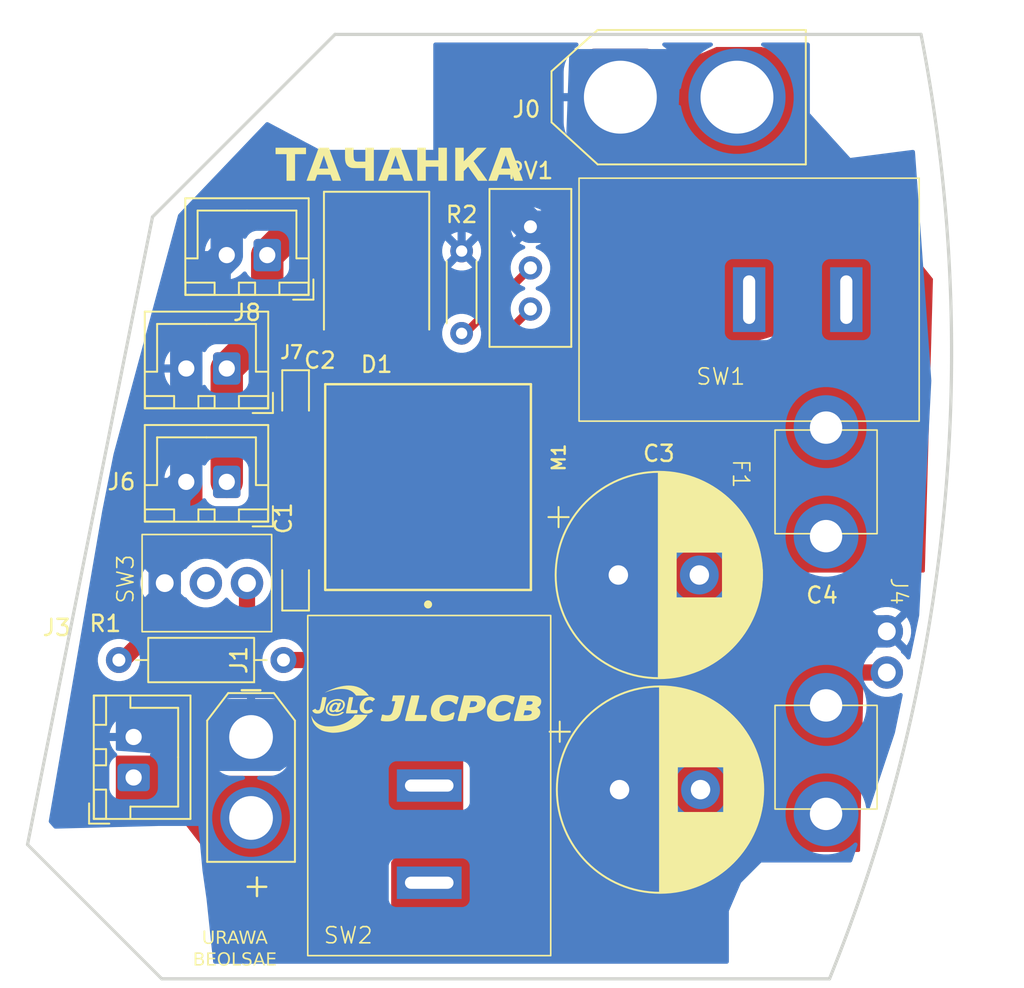
<source format=kicad_pcb>
(kicad_pcb (version 20241229) (generator "pcbnew") (generator_version "9.0")
  (layers (0 "F.Cu" signal) (2 "B.Cu" signal) (13 "F.Paste" user) (15 "B.Paste" user) (5 "F.SilkS" user "F.Silkscreen") (7 "B.SilkS" user "B.Silkscreen") (1 "F.Mask" user) (3 "B.Mask" user) (25 "Edge.Cuts" user))
  (net 0 "")
  (net 1 "Net-(F1-Pad1)")
  (net 2 "GND")
  (net 3 "Net-(D1-A)")
  (net 4 "VCC")
  (net 5 "Net-(D1-K)")
  (net 6 "Net-(M1-Trim)")
  (net 7 "Net-(M1-ON{slash}OFF)")
  (net 8 "Net-(R2-Pad1)")
  (net 9 "Net-(J4-Pin_2)")
  (net 10 "Net-(J1-Pin_2)")
  (footprint "MountingHole:MountingHole_3.2mm_M3" (layer "F.Cu") (at 123.75 139.25)
    (property "Reference" "REF**" (hide yes))
    (property "Value" "MountingHole_3.2mm_M3" (hide yes))
    (pad "" np_thru_hole circle (at 0 0) (size 3.2 3.2) (drill 3.2) (layers "*.Cu" "*.Mask"))
  )
  (footprint "Capacitor_THT:CP_Radial_D12.5mm_P5.00mm" (layer "F.Cu") (at 152.926041 120.25)
    (property "Reference" "C3" (at 2.5 -7.5 0) (layer "F.SilkS"))
    (property "Value" "C" (hide yes))
    (pad "1" thru_hole roundrect (at 0 0) (size 2.4 2.4) (drill 1.2) (layers "*.Cu" "*.Mask") (roundrect_rratio 0.104167) (net 2 "GND"))
    (pad "2" thru_hole circle (at 5 0) (size 2.4 2.4) (drill 1.2) (layers "*.Cu" "*.Mask") (net 9 "Net-(J4-Pin_2)"))
  )
  (footprint "Originary:DS-850" (layer "F.Cu") (at 141.25 133.25 90)
    (property "Reference" "SW2" (at -9.25 -5 0) (layer "F.SilkS") (effects (font (thickness 0.1))))
    (property "Value" "SW_DIP_x01")
    (pad "1" thru_hole rect (at -6 0 180) (size 4 2) (drill oval 3 0.75) (layers "*.Cu" "*.Mask") (net 9 "Net-(J4-Pin_2)"))
    (pad "2" thru_hole rect (at 0 0 180) (size 4 2) (drill oval 3 0.75) (layers "*.Cu" "*.Mask") (net 10 "Net-(J1-Pin_2)"))
  )
  (footprint "Connector_AMASS:AMASS_XT30U-M_1x02_P5.0mm_Vertical" (layer "F.Cu") (at 130.25 130.25 -90)
    (property "Reference" "J1" (at -4.75 0.75 90) (layer "F.SilkS"))
    (property "Value" "Conn_01x02_Socket")
    (fp_text user "+" (at 9.25 -0.25 90) (layer "F.SilkS") (effects (font (size 1.5 1.5))))
    (fp_text user "-" (at -3 0 180) (layer "F.SilkS") (effects (font (size 1.5 1.5))))
    (pad "1" thru_hole roundrect (at 0 0 270) (size 3.8 3.8) (drill 2.7) (layers "*.Cu" "*.Mask") (roundrect_rratio 0.2) (net 2 "GND"))
    (pad "2" thru_hole circle (at 5 0 270) (size 3.8 3.8) (drill 2.7) (layers "*.Cu" "*.Mask") (net 10 "Net-(J1-Pin_2)"))
  )
  (footprint "Capacitor_THT:CP_Radial_D12.5mm_P5.00mm" (layer "F.Cu") (at 153 133.5)
    (property "Reference" "C4" (at 12.5 -12 0) (layer "F.SilkS"))
    (property "Value" "C")
    (pad "1" thru_hole roundrect (at 0 0) (size 2.4 2.4) (drill 1.2) (layers "*.Cu" "*.Mask") (roundrect_rratio 0.104167) (net 2 "GND"))
    (pad "2" thru_hole circle (at 5 0) (size 2.4 2.4) (drill 1.2) (layers "*.Cu" "*.Mask") (net 9 "Net-(J4-Pin_2)"))
  )
  (footprint "Originary:Toggle" (layer "F.Cu") (at 130 120.75 180)
    (property "Reference" "SW3" (at 7.5 0.25 90) (layer "F.SilkS") (effects (font (thickness 0.1))))
    (property "Value" "SW_DIP_x01")
    (pad "1" thru_hole circle (at 0 0 180) (size 2 2) (drill 1.1) (layers "*.Cu" "*.Mask") (net 7 "Net-(M1-ON{slash}OFF)"))
    (pad "2" thru_hole circle (at 5.08 0 180) (size 2 2) (drill 1.1) (layers "*.Cu" "*.Mask") (net 2 "GND"))
    (pad "3" thru_hole circle (at 2.54 0 180) (size 2 2) (drill 1.1) (layers "*.Cu" "*.Mask"))
  )
  (footprint "Connector_AMASS:AMASS_XT60-M_1x02_P7.20mm_Vertical" (layer "F.Cu") (at 153.05 90.75)
    (property "Reference" "J0" (at -5.8 0.75 180) (layer "F.SilkS"))
    (property "Value" "Conn_01x02_Socket")
    (pad "1" thru_hole roundrect (at 0 0) (size 6 6) (drill 4.5) (layers "*.Cu" "*.Mask") (net 2 "GND"))
    (pad "2" thru_hole circle (at 7.2 0) (size 6 6) (drill 4.5) (layers "*.Cu" "*.Mask") (net 4 "VCC"))
  )
  (footprint "MountingHole:MountingHole_3.2mm_M3" (layer "F.Cu") (at 168.5 90.5)
    (property "Reference" "REF**" (hide yes))
    (property "Value" "MountingHole_3.2mm_M3")
    (pad "" np_thru_hole circle (at 0 0) (size 3.2 3.2) (drill 3.2) (layers "*.Cu" "*.Mask"))
  )
  (footprint "Capacitor_Tantalum_SMD:CP_EIA-1608-10_AVX-L_HandSolder" (layer "F.Cu") (at 133 109.3025 -90)
    (property "Reference" "C2" (at -2.3025 -1.5 180) (layer "F.SilkS"))
    (property "Value" "C")
    (pad "1" smd roundrect (at -0.8025 0 270) (size 1.265 1.13) (layers "F.Cu" "F.Mask" "F.Paste") (roundrect_rratio 0.221239) (net 3 "Net-(D1-A)"))
    (pad "2" smd roundrect (at 0.8025 0 270) (size 1.265 1.13) (layers "F.Cu" "F.Mask" "F.Paste") (roundrect_rratio 0.221239) (net 2 "GND"))
  )
  (footprint "Resistor_THT:R_Axial_DIN0204_L3.6mm_D1.6mm_P5.08mm_Horizontal" (layer "F.Cu") (at 143.25 105.33 90)
    (property "Reference" "R2" (at 7.33 0 180) (layer "F.SilkS"))
    (property "Value" "R")
    (pad "1" thru_hole circle (at 0 0 90) (size 1.4 1.4) (drill 0.7) (layers "*.Cu" "*.Mask") (net 8 "Net-(R2-Pad1)"))
    (pad "2" thru_hole circle (at 5.08 0 90) (size 1.4 1.4) (drill 0.7) (layers "*.Cu" "*.Mask") (net 2 "GND"))
  )
  (footprint "Resistor_THT:R_Axial_DIN0207_L6.3mm_D2.5mm_P10.16mm_Horizontal" (layer "F.Cu") (at 132.25 125.5 180)
    (property "Reference" "R1" (at 11 2.25 0) (layer "F.SilkS"))
    (property "Value" "R")
    (pad "1" thru_hole circle (at 0 0 180) (size 1.6 1.6) (drill 0.8) (layers "*.Cu" "*.Mask") (net 9 "Net-(J4-Pin_2)"))
    (pad "2" thru_hole circle (at 10.16 0 180) (size 1.6 1.6) (drill 0.8) (layers "*.Cu" "*.Mask") (net 7 "Net-(M1-ON{slash}OFF)"))
  )
  (footprint "Connector_JST:JST_XH_B2B-XH-A_1x02_P2.50mm_Vertical" (layer "F.Cu") (at 128.75 114.5 180)
    (property "Reference" "J6" (at 6.5 0 0) (layer "F.SilkS"))
    (property "Value" "Conn_01x02_Socket")
    (pad "1" thru_hole oval (at 2.5 0 180) (size 1.7 2) (drill 1) (layers "*.Cu" "*.Mask") (net 2 "GND"))
    (pad "2" thru_hole roundrect (at 0 0 180) (size 1.7 2) (drill 1) (layers "*.Cu" "*.Mask") (roundrect_rratio 0.147059) (net 5 "Net-(D1-K)"))
  )
  (footprint "My_FootPrint:JCLPCB_ROGO" (layer "F.Cu") (at 141 128.5)
    (property "Reference" "G***" (hide yes))
    (property "Value" "LOGO" (hide yes))
  )
  (footprint "Originary:DS-850" (layer "F.Cu") (at 161 103.25 180)
    (property "Reference" "SW1" (at 1.75 -4.75 0) (layer "F.SilkS") (effects (font (thickness 0.1))))
    (property "Value" "SW_DIP_x01")
    (pad "1" thru_hole rect (at -6 0 270) (size 4 2) (drill oval 3 0.75) (layers "*.Cu" "*.Mask") (net 1 "Net-(F1-Pad1)"))
    (pad "2" thru_hole rect (at 0 0 270) (size 4 2) (drill oval 3 0.75) (layers "*.Cu" "*.Mask") (net 4 "VCC"))
  )
  (footprint "Diode_SMD:D_SMC" (layer "F.Cu") (at 138 101.5 -90)
    (property "Reference" "D1" (at 5.75 0 0) (layer "F.SilkS"))
    (property "Value" "1N4148WT")
    (pad "1" smd roundrect (at -3.4 0) (size 3.3 2.5) (layers "F.Cu" "F.Mask" "F.Paste") (roundrect_rratio 0.1) (net 5 "Net-(D1-K)"))
    (pad "2" smd roundrect (at 3.4 0) (size 3.3 2.5) (layers "F.Cu" "F.Mask" "F.Paste") (roundrect_rratio 0.1) (net 3 "Net-(D1-A)"))
  )
  (footprint "Originary:MURATA_OKL-KAIZOU" (layer "F.Cu") (at 141.178 114.822 90)
    (property "Reference" "M1" (at 1.822 8.072 90) (layer "F.SilkS") (effects (font (size 0.8 0.8))))
    (property "Value" "~")
    (pad "1" smd rect (at -6.477 0 90) (size 3 1.2) (layers "F.Cu" "F.Mask" "F.Paste") (net 7 "Net-(M1-ON{slash}OFF)"))
    (pad "1" smd rect (at -4.572 0 90) (size 1.143 1.143) (layers "F.Cu" "F.Mask" "F.Paste") (net 7 "Net-(M1-ON{slash}OFF)"))
    (pad "2" smd rect (at -6.731 -4.572 90) (size 2.5 1.2) (layers "F.Cu" "F.Mask" "F.Paste") (net 9 "Net-(J4-Pin_2)"))
    (pad "2" smd rect (at -3.429 -4.572 90) (size 4.191 1.905) (layers "F.Cu" "F.Mask" "F.Paste") (net 9 "Net-(J4-Pin_2)"))
    (pad "2" smd rect (at -2.159 -6.223 180) (size 2.5 1.2) (layers "F.Cu" "F.Mask" "F.Paste") (net 9 "Net-(J4-Pin_2)"))
    (pad "3" smd rect (at -0.127 -6.223 180) (size 2.5 1.2) (layers "F.Cu" "F.Mask" "F.Paste") (net 2 "GND"))
    (pad "3" smd rect (at 1.143 -4.572 90) (size 4.191 1.905) (layers "F.Cu" "F.Mask" "F.Paste") (net 2 "GND"))
    (pad "3" smd rect (at 2.413 -6.223 180) (size 2.5 1.2) (layers "F.Cu" "F.Mask" "F.Paste") (net 2 "GND"))
    (pad "4" smd rect (at 4.572 -3.86715 90) (size 1.905 3.3147) (layers "F.Cu" "F.Mask" "F.Paste") (net 3 "Net-(D1-A)"))
    (pad "4" smd rect (at 6.604 -4.699 270) (size 2.5 1.2) (layers "F.Cu" "F.Mask" "F.Paste") (net 3 "Net-(D1-A)"))
    (pad "5" smd rect (at 4.572 0 90) (size 1.143 1.143) (layers "F.Cu" "F.Mask" "F.Paste") (net 3 "Net-(D1-A)"))
    (pad "5" smd rect (at 6.35 0 270) (size 3 1.2) (layers "F.Cu" "F.Mask" "F.Paste") (net 3 "Net-(D1-A)"))
    (pad "6" smd rect (at 4.572 4.572 90) (size 1.143 1.143) (layers "F.Cu" "F.Mask" "F.Paste") (net 6 "Net-(M1-Trim)"))
    (pad "6" smd rect (at 6.35 4.572 270) (size 3 1.2) (layers "F.Cu" "F.Mask" "F.Paste") (net 6 "Net-(M1-Trim)"))
  )
  (footprint "Connector_JST:JST_XH_B2B-XH-A_1x02_P2.50mm_Vertical" (layer "F.Cu") (at 123 132.75 90)
    (property "Reference" "J3" (at 9.25 -4.75 0) (layer "F.SilkS"))
    (property "Value" "Conn_01x02_Socket")
    (pad "1" thru_hole oval (at 2.5 0 90) (size 1.7 2) (drill 1) (layers "*.Cu" "*.Mask") (net 2 "GND"))
    (pad "2" thru_hole roundrect (at 0 0 90) (size 1.7 2) (drill 1) (layers "*.Cu" "*.Mask") (roundrect_rratio 0.147059) (net 10 "Net-(J1-Pin_2)"))
  )
  (footprint "MountingHole:MountingHole_3.2mm_M3" (layer "F.Cu") (at 163.5 141.5)
    (property "Reference" "REF**" (hide yes))
    (property "Value" "MountingHole_3.2mm_M3" (hide yes))
    (pad "" np_thru_hole circle (at 0 0) (size 3.2 3.2) (drill 3.2) (layers "*.Cu" "*.Mask"))
  )
  (footprint "Originary:2Connect" (layer "F.Cu") (at 169.5 123.73 -90)
    (property "Reference" "J4" (at -2.48 -0.75 270) (layer "F.SilkS") (effects (font (thickness 0.1))))
    (property "Value" "Conn_01x02_Socket" (hide yes))
    (pad "1" thru_hole circle (at 0 0 270) (size 2 2) (drill 1.1) (layers "*.Cu" "*.Mask") (net 2 "GND"))
    (pad "2" thru_hole circle (at 2.54 0 270) (size 2 2) (drill 1.1) (layers "*.Cu" "*.Mask") (net 9 "Net-(J4-Pin_2)"))
  )
  (footprint "Originary:Fuseholder" (layer "F.Cu") (at 165.75 114.5 -90)
    (property "Reference" "F1" (at -0.5 5.25 270) (layer "F.SilkS") (effects (font (thickness 0.1))))
    (property "Value" "Fuse")
    (pad "1" thru_hole circle (at -3.35 0) (size 4 4) (drill 2) (layers "*.Cu" "*.Mask") (net 1 "Net-(F1-Pad1)"))
    (pad "1" thru_hole circle (at 3.35 0) (size 4 4) (drill 2) (layers "*.Cu" "*.Mask") (net 1 "Net-(F1-Pad1)"))
    (pad "2" thru_hole circle (at 13.8 0) (size 4 4) (drill 2) (layers "*.Cu" "*.Mask") (net 9 "Net-(J4-Pin_2)"))
    (pad "2" thru_hole circle (at 20.5 0) (size 4 4) (drill 2) (layers "*.Cu" "*.Mask") (net 9 "Net-(J4-Pin_2)"))
  )
  (footprint "Connector_JST:JST_XH_B2B-XH-A_1x02_P2.50mm_Vertical" (layer "F.Cu") (at 131.25 100.5 180)
    (property "Reference" "J8" (at 1.25 -3.55 0) (layer "F.SilkS"))
    (property "Value" "Conn_01x02_Socket")
    (pad "1" thru_hole oval (at 2.5 0 180) (size 1.7 2) (drill 1) (layers "*.Cu" "*.Mask") (net 2 "GND"))
    (pad "2" thru_hole roundrect (at 0 0 180) (size 1.7 2) (drill 1) (layers "*.Cu" "*.Mask") (roundrect_rratio 0.147059) (net 5 "Net-(D1-K)"))
  )
  (footprint "MountingHole:MountingHole_3.2mm_M3" (layer "F.Cu") (at 137 90.5)
    (property "Reference" "REF**" (hide yes))
    (property "Value" "MountingHole_3.2mm_M3")
    (pad "" np_thru_hole circle (at 0 0) (size 3.2 3.2) (drill 3.2) (layers "*.Cu" "*.Mask"))
  )
  (footprint "Connector_JST:JST_XH_B2B-XH-A_1x02_P2.50mm_Vertical" (layer "F.Cu") (at 128.75 107.5 180)
    (property "Reference" "J7" (at -4 1 0) (layer "F.SilkS") (effects (font (size 0.8 0.8) (thickness 0.15) (bold yes))))
    (property "Value" "Conn_01x02_Socket")
    (pad "1" thru_hole oval (at 2.5 0 180) (size 1.7 2) (drill 1) (layers "*.Cu" "*.Mask") (net 2 "GND"))
    (pad "2" thru_hole roundrect (at 0 0 180) (size 1.7 2) (drill 1) (layers "*.Cu" "*.Mask") (roundrect_rratio 0.147059) (net 5 "Net-(D1-K)"))
  )
  (footprint "Capacitor_Tantalum_SMD:CP_EIA-1608-10_AVX-L_HandSolder" (layer "F.Cu") (at 133 120.75 90)
    (property "Reference" "C1" (at 4 -0.75 90) (layer "F.SilkS"))
    (property "Value" "C")
    (pad "1" smd roundrect (at -0.8025 0 90) (size 1.265 1.13) (layers "F.Cu" "F.Mask" "F.Paste") (roundrect_rratio 0.221239) (net 9 "Net-(J4-Pin_2)"))
    (pad "2" smd roundrect (at 0.8025 0 90) (size 1.265 1.13) (layers "F.Cu" "F.Mask" "F.Paste") (roundrect_rratio 0.221239) (net 2 "GND"))
  )
  (footprint "Potentiometer_THT:Potentiometer_Bourns_3296W_Vertical" (layer "F.Cu") (at 147.5 103.83 -90)
    (property "Reference" "RV1" (at -8.54 0 0) (layer "F.SilkS"))
    (property "Value" "R_Potentiometer_US")
    (pad "1" thru_hole circle (at 0 0 270) (size 1.44 1.44) (drill 0.8) (layers "*.Cu" "*.Mask") (net 6 "Net-(M1-Trim)"))
    (pad "2" thru_hole circle (at -2.54 0 270) (size 1.44 1.44) (drill 0.8) (layers "*.Cu" "*.Mask") (net 8 "Net-(R2-Pad1)"))
    (pad "3" thru_hole circle (at -5.08 0 270) (size 1.44 1.44) (drill 0.8) (layers "*.Cu" "*.Mask") (net 2 "GND"))
  )
  (gr_poly (pts (xy 161.75 137) (xy 156.25 143.25) (xy 140.25 143.25) (xy 139 142) (xy 139 138) (xy 139.75 137)) (stroke (width 0.2)) (fill yes) (layer "F.Cu") (net 9))
  (gr_poly (pts (xy 156.5 105.5) (xy 155.75 103.5) (xy 156.65 90.75) (xy 157.25 88.5) (xy 159 87.75) (xy 161.75 87.75) (xy 163.75 88.25) (xy 164.5 90.75) (xy 163 105.25) (xy 158.75 106.5)) (stroke (width 0.2)) (fill yes) (layer "F.Cu") (net 4))
  (gr_poly (pts (xy 155.323959 133.5) (xy 155.323959 118) (xy 160.5 118) (xy 165.75 123.075) (xy 168 124.5) (xy 167.75 137.25) (xy 155.25 137.25)) (stroke (width 0.2)) (fill yes) (layer "F.Cu") (net 9))
  (gr_poly (pts (xy 162.25 118.5) (xy 163.75 120) (xy 171.75 120) (xy 172.25 102) (xy 171.25 100.75) (xy 164.5 100.75) (xy 163.75 106) (xy 161.5 109.75)) (stroke (width 0.2)) (fill yes) (layer "F.Cu") (net 1))
  (gr_poly (pts (xy 143.25 136.25) (xy 139.5 136.25) (xy 137.25 138.5) (xy 128.5 138.5) (xy 126 135.25) (xy 124.5 134.75) (xy 122 134.75) (xy 122 131.5) (xy 122.3125 131.5) (xy 122.5 131.5) (xy 125.25 131.5) (xy 128.5 132.75) (xy 132.5 132.75) (xy 134.25 130.75) (xy 143.25 130.75)) (stroke (width 0.2)) (fill yes) (layer "F.Cu") (net 10))
  (gr_poly (pts (xy 122 131) (xy 122 129) (xy 128.75 128) (xy 131.75 128) (xy 134 126.5) (xy 149.75 126.5) (xy 153.25 130) (xy 154.75 130) (xy 154.75 135) (xy 149.5 135) (xy 144.75 130.25) (xy 134.25 130.25) (xy 132.75 131.75) (xy 132 132.25) (xy 128.25 132.25) (xy 125.5 131.25)) (stroke (width 0.2)) (fill yes) (layer "B.Cu") (net 2))
  (gr_poly (pts (xy 156.71 87.88) (xy 154.5 136.25) (xy 148.25 136.25) (xy 150 87.88)) (stroke (width 0.2)) (fill yes) (layer "B.Cu") (net 2))
  (gr_line (start 135.431476 86.874241) (end 124.166174 98.139543) (stroke (width 0.2)) (layer "Edge.Cuts"))
  (gr_line (start 171.612923 86.874241) (end 135.431476 86.874241) (stroke (width 0.2)) (layer "Edge.Cuts"))
  (gr_line (start 116.449101 136.892775) (end 124.735778 145.179452) (stroke (width 0.2)) (layer "Edge.Cuts"))
  (gr_arc (start 171.612923 86.874241) (mid 173.019501 116.437078) (end 165.961477 145.179452) (stroke (width 0.2)) (layer "Edge.Cuts"))
  (gr_line (start 124.166174 98.139543) (end 116.449101 136.892775) (stroke (width 0.2)) (layer "Edge.Cuts"))
  (gr_line (start 124.735778 145.179452) (end 165.961477 145.179452) (stroke (width 0.2)) (layer "Edge.Cuts"))
  (gr_text "URAWA\nBEOLSAE" (at 129.25 144.5 0) (layer "F.SilkS") (effects (font (size 0.8 0.8) (thickness 0.09375)) (justify bottom)))
  (gr_text "ТАЧАНКА" (at 131.75 96.25 0) (layer "F.SilkS") (effects (font (size 2 2) (thickness 0.25) (bold yes)) (justify left bottom)))
  (segment (start 165.75 111.15) (end 165.75 117.85) (width 2) (layer "F.Cu") (net 1))
  (segment (start 133 110.105) (end 133 110.454) (width 1) (layer "F.Cu") (net 2))
  (segment (start 133 110.5) (end 133 110.105) (width 0.5) (layer "F.Cu") (net 2))
  (segment (start 153 90.8) (end 153.05 90.75) (width 2) (layer "F.Cu") (net 2))
  (segment (start 132.301 114.949) (end 129.75 117.5) (width 2) (layer "F.Cu") (net 2))
  (segment (start 145.725041 113.049) (end 152.926041 120.25) (width 3) (layer "F.Cu") (net 2))
  (segment (start 137.236 113.049) (end 145.725041 113.049) (width 3) (layer "F.Cu") (net 2))
  (segment (start 127.5 117.5) (end 126.25 116.25) (width 2) (layer "F.Cu") (net 2))
  (segment (start 133 110.454) (end 134.955 112.409) (width 1) (layer "F.Cu") (net 2))
  (segment (start 136.606 113.679) (end 137.236 113.049) (width 3) (layer "F.Cu") (net 2))
  (segment (start 129.75 117.5) (end 127.5 117.5) (width 2) (layer "F.Cu") (net 2))
  (segment (start 132.1975 119.9475) (end 129.75 117.5) (width 1) (layer "F.Cu") (net 2))
  (segment (start 134.955 114.949) (end 132.301 114.949) (width 2) (layer "F.Cu") (net 2))
  (segment (start 126.25 116.25) (end 126.25 114.5) (width 2) (layer "F.Cu") (net 2))
  (segment (start 133 119.9475) (end 132.1975 119.9475) (width 1) (layer "F.Cu") (net 2))
  (segment (start 128.75 100.5) (end 126.25 103) (width 2) (layer "B.Cu") (net 2))
  (segment (start 124.92 129.33) (end 124 130.25) (width 2) (layer "B.Cu") (net 2))
  (segment (start 143.25 97.299) (end 129.951 97.299) (width 2) (layer "B.Cu") (net 2))
  (segment (start 148.518233 98.75) (end 147.5 98.75) (width 2) (layer "B.Cu") (net 2))
  (segment (start 129.951 97.299) (end 128.75 98.5) (width 2) (layer "B.Cu") (net 2))
  (segment (start 147.5 98.75) (end 146.049 97.299) (width 2) (layer "B.Cu") (net 2))
  (segment (start 124.92 115.83) (end 124.92 120.75) (width 2) (layer "B.Cu") (net 2))
  (segment (start 128.75 98.5) (end 128.75 100.5) (width 2) (layer "B.Cu") (net 2))
  (segment (start 126.25 107.5) (end 126.25 114.5) (width 2) (layer "B.Cu") (net 2))
  (segment (start 156.02 123.73) (end 156 123.75) (width 2) (layer "B.Cu") (net 2))
  (segment (start 126.25 114.5) (end 124.92 115.83) (width 2) (layer "B.Cu") (net 2))
  (segment (start 156 123.75) (end 152.25 120) (width 2) (layer "B.Cu") (net 2))
  (segment (start 169.5 123.73) (end 156.02 123.73) (width 2) (layer "B.Cu") (net 2))
  (segment (start 152.25 120) (end 152.25 102.481767) (width 2) (layer "B.Cu") (net 2))
  (segment (start 152.25 102.481767) (end 148.518233 98.75) (width 2) (layer "B.Cu") (net 2))
  (segment (start 143.25 100.25) (end 143.25 97.299) (width 0.5) (layer "B.Cu") (net 2))
  (segment (start 124.92 120.75) (end 124.92 129.33) (width 2) (layer "B.Cu") (net 2))
  (segment (start 146.049 97.299) (end 143.25 97.299) (width 2) (layer "B.Cu") (net 2))
  (segment (start 126.25 103) (end 126.25 107.5) (width 2) (layer "B.Cu") (net 2))
  (segment (start 141.178 108.078) (end 138 104.9) (width 2) (layer "F.Cu") (net 3))
  (segment (start 141.178 108.472) (end 141.178 108.078) (width 2) (layer "F.Cu") (net 3))
  (segment (start 136.479 108.218) (end 136.692 108.218) (width 0.5) (layer "F.Cu") (net 3))
  (segment (start 133.282 108.218) (end 133 108.5) (width 1) (layer "F.Cu") (net 3))
  (segment (start 136.479 108.218) (end 133.282 108.218) (width 1) (layer "F.Cu") (net 3))
  (segment (start 136.479 106.421) (end 138 104.9) (width 2) (layer "F.Cu") (net 3))
  (segment (start 136.479 108.218) (end 136.479 106.421) (width 2) (layer "F.Cu") (net 3))
  (segment (start 138 98.1) (end 133.65 98.1) (width 2) (layer "F.Cu") (net 5))
  (segment (start 131.25 105) (end 128.75 107.5) (width 2) (layer "F.Cu") (net 5))
  (segment (start 131.25 100.5) (end 131.25 105) (width 2) (layer "F.Cu") (net 5))
  (segment (start 133.65 98.1) (end 131.25 100.5) (width 2) (layer "F.Cu") (net 5))
  (segment (start 128.75 107.5) (end 128.75 114.5) (width 2) (layer "F.Cu") (net 5))
  (segment (start 145.75 108.472) (end 145.75 105.58) (width 0.5) (layer "F.Cu") (net 6))
  (segment (start 145.75 105.58) (end 147.5 103.83) (width 0.5) (layer "F.Cu") (net 6))
  (segment (start 138.973 123.504) (end 130 123.504) (width 1) (layer "F.Cu") (net 7))
  (segment (start 124.336 123.504) (end 122.09 125.75) (width 1) (layer "F.Cu") (net 7))
  (segment (start 141.178 121.299) (end 138.973 123.504) (width 1) (layer "F.Cu") (net 7))
  (segment (start 130 123.504) (end 124.336 123.504) (width 1) (layer "F.Cu") (net 7))
  (segment (start 130 120.75) (end 130 123.504) (width 1) (layer "F.Cu") (net 7))
  (segment (start 143.25 105.33) (end 143.46 105.33) (width 0.5) (layer "F.Cu") (net 8))
  (segment (start 143.46 105.33) (end 143 105.33) (width 0.5) (layer "F.Cu") (net 8))
  (segment (start 143.46 105.33) (end 147.5 101.29) (width 0.5) (layer "F.Cu") (net 8))
  (segment (start 136.606 121.553) (end 133.0005 121.553) (width 1) (layer "F.Cu") (net 9))
  (segment (start 165.75 128.3) (end 165.75 135) (width 2) (layer "F.Cu") (net 9))
  (segment (start 165.75 128.073959) (end 157.926041 120.25) (width 2) (layer "F.Cu") (net 9))
  (segment (start 167.78 126.27) (end 165.75 128.3) (width 1) (layer "F.Cu") (net 9))
  (segment (start 165.75 128.3) (end 165.75 128.073959) (width 2) (layer "F.Cu") (net 9))
  (segment (start 158 133.5) (end 164.25 133.5) (width 2) (layer "F.Cu") (net 9))
  (segment (start 142.579 116.25) (end 140.25 116.25) (width 3) (layer "F.Cu") (net 9))
  (segment (start 138.249 118.251) (end 136.606 118.251) (width 3) (layer "F.Cu") (net 9))
  (segment (start 157.926041 133.823959) (end 152.5 139.25) (width 2) (layer "F.Cu") (net 9))
  (segment (start 169.5 126.27) (end 167.78 126.27) (width 1) (layer "F.Cu") (net 9))
  (segment (start 154.629 128.3) (end 165.75 128.3) (width 3) (layer "F.Cu") (net 9))
  (segment (start 164.25 133.5) (end 165.75 135) (width 2) (layer "F.Cu") (net 9))
  (segment (start 140.25 116.25) (end 138.249 118.251) (width 3) (layer "F.Cu") (net 9))
  (segment (start 151.829 125.5) (end 154.629 128.3) (width 3) (layer "F.Cu") (net 9))
  (segment (start 151.829 125.5) (end 142.579 116.25) (width 3) (layer "F.Cu") (net 9))
  (segment (start 132.25 125.5) (end 151.829 125.5) (width 1) (layer "F.Cu") (net 9))
  (segment (start 157.926041 120.25) (end 157.926041 133.823959) (width 2) (layer "F.Cu") (net 9))
  (segment (start 152.5 139.25) (end 141.25 139.25) (width 2) (layer "F.Cu") (net 9))
  (segment (start 133.0005 121.553) (end 133 121.5525) (width 1) (layer "F.Cu") (net 9))
  (zone (net 2) (net_name "GND") (layer "B.Cu") (connect_pads (clearance 0.5)) (min_thickness 0.25) (fill yes (thermal_gap 0.5) (thermal_bridge_width 0.5) (island_removal_mode 1) (island_area_min 10))
    (polygon (pts (xy 136 87.25) (xy 170.75 87.25) (xy 172.25 108.25) (xy 171.5 122.75) (xy 170 130) (xy 165.25 144.25) (xy 125.5 144.25) (xy 117.75 135.5) (xy 121.5 113.75) (xy 125.75 98)))
  )
  (zone (net 0) (net_name "") (layers "B.Cu" "Edge.Cuts") (connect_pads (clearance 0)) (min_thickness 0.25)
    (keepout (tracks allowed) (vias allowed) (pads allowed) (copperpour not_allowed) (footprints allowed))
    (fill (thermal_gap 0.5) (thermal_bridge_width 0.5) (island_removal_mode 1) (island_area_min 10))
    (polygon (pts (xy 129.798825 91.5) (xy 134.5 94) (xy 138 94) (xy 139.75 94) (xy 141.5 94) (xy 141.5 91) (xy 141.5 87.75) (xy 141.5 85.5) (xy 134.75 85.5) (xy 131.5 88.75)))
  )
  (zone (net 0) (net_name "") (layers "B.Cu" "Edge.Cuts") (connect_pads (clearance 0)) (min_thickness 0.25)
    (keepout (tracks allowed) (vias allowed) (pads allowed) (copperpour not_allowed) (footprints allowed))
    (fill (thermal_gap 0.5) (thermal_bridge_width 0.5) (island_removal_mode 1) (island_area_min 10))
    (polygon (pts (xy 124 145.75) (xy 128 145) (xy 127.5 140.25) (xy 127.25 138.495132) (xy 127 135.745132) (xy 124.5 135.745132) (xy 114.75 136) (xy 115.25 139.25) (xy 116.75 143)))
  )
  (zone (net 0) (net_name "") (layers "B.Cu" "Edge.Cuts") (connect_pads (clearance 0)) (min_thickness 0.25)
    (keepout (tracks allowed) (vias allowed) (pads allowed) (copperpour not_allowed) (footprints allowed))
    (fill (thermal_gap 0.5) (thermal_bridge_width 0.5) (island_removal_mode 1) (island_area_min 10))
    (polygon (pts (xy 164.75 85) (xy 164.75 91.75) (xy 167.25 94.5) (xy 175 93.5) (xy 176 90.25) (xy 175.5 84.75)))
  )
  (zone (net 0) (net_name "") (layers "B.Cu" "Edge.Cuts") (connect_pads (clearance 0)) (min_thickness 0.25)
    (keepout (tracks allowed) (vias allowed) (pads allowed) (copperpour not_allowed) (footprints allowed))
    (fill (thermal_gap 0.5) (thermal_bridge_width 0.5) (island_removal_mode 1) (island_area_min 10))
    (polygon (pts (xy 169 138) (xy 164.5 138) (xy 163 138) (xy 161.75 138) (xy 160.5 139.25) (xy 159.75 141) (xy 159.75 145.5) (xy 167 145.75) (xy 171.25 141.5)))
  )
)
</source>
